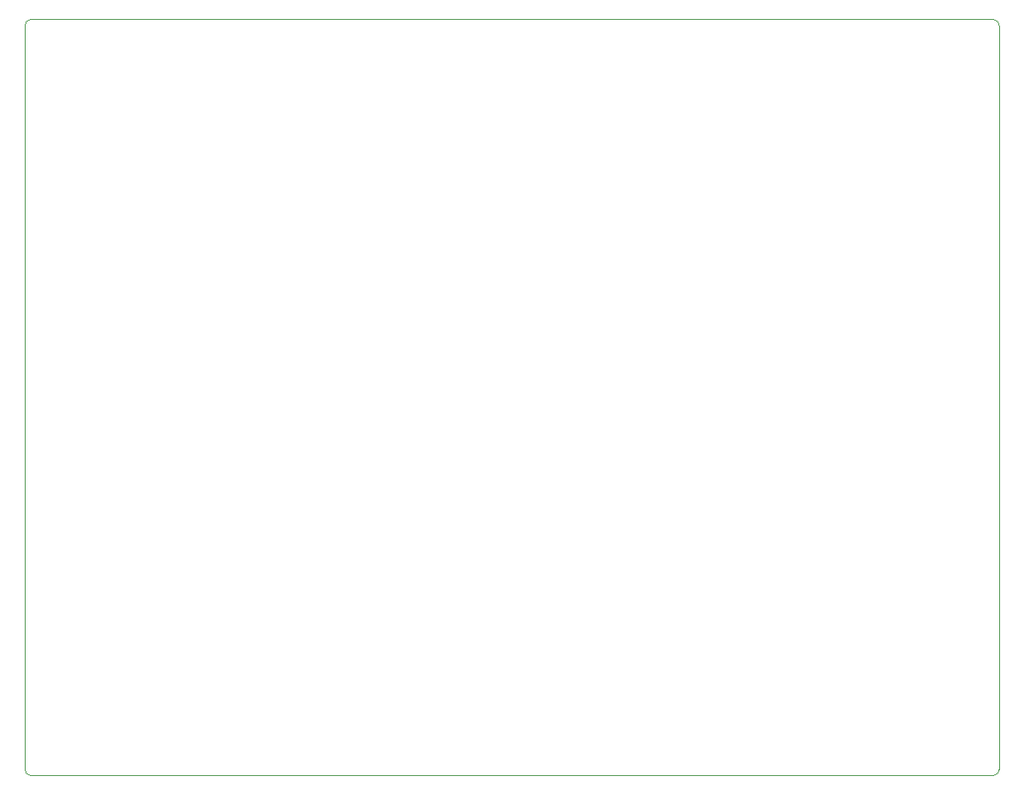
<source format=gm1>
G04 #@! TF.GenerationSoftware,KiCad,Pcbnew,6.0.9-8da3e8f707~116~ubuntu20.04.1*
G04 #@! TF.CreationDate,2023-03-12T23:04:33+01:00*
G04 #@! TF.ProjectId,six_to_six,7369785f-746f-45f7-9369-782e6b696361,rev?*
G04 #@! TF.SameCoordinates,Original*
G04 #@! TF.FileFunction,Profile,NP*
%FSLAX46Y46*%
G04 Gerber Fmt 4.6, Leading zero omitted, Abs format (unit mm)*
G04 Created by KiCad (PCBNEW 6.0.9-8da3e8f707~116~ubuntu20.04.1) date 2023-03-12 23:04:33*
%MOMM*%
%LPD*%
G01*
G04 APERTURE LIST*
G04 #@! TA.AperFunction,Profile*
%ADD10C,0.100000*%
G04 #@! TD*
G04 APERTURE END LIST*
D10*
X643255000Y-159385000D02*
G75*
G03*
X642620000Y-160020000I0J-635000D01*
G01*
X741807000Y-159385000D02*
X643255000Y-159385000D01*
X741807000Y-236855000D02*
X643255000Y-236855000D01*
X741807000Y-236855000D02*
G75*
G03*
X742442000Y-236220000I0J635000D01*
G01*
X642620000Y-236220000D02*
G75*
G03*
X643255000Y-236855000I635000J0D01*
G01*
X742442000Y-160020000D02*
G75*
G03*
X741807000Y-159385000I-635000J0D01*
G01*
X642620000Y-160020000D02*
X642620000Y-236220000D01*
X742442000Y-160020000D02*
X742442000Y-236220000D01*
M02*

</source>
